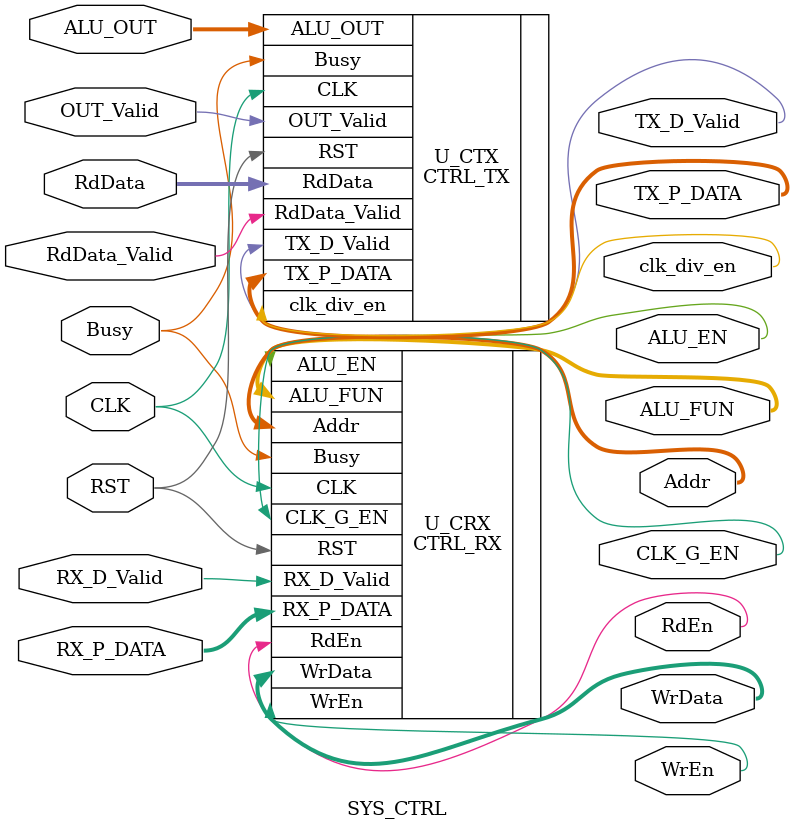
<source format=v>
module SYS_CTRL (
 input wire                                                 CLK,RST,RX_D_Valid,OUT_Valid,RdData_Valid,Busy,
 input wire                    [7:0]                       RX_P_DATA,RdData,
 input wire                    [15:0]                     ALU_OUT,
 output wire                                               ALU_EN,CLK_G_EN,WrEn,RdEn,TX_D_Valid,clk_div_en,
 output wire                   [3:0]                      ALU_FUN,Addr,
 output wire                   [7:0]                      WrData,
 output wire                   [15:0]                     TX_P_DATA
);

CTRL_RX U_CRX (
.CLK(CLK),
.RST(RST),
.RX_D_Valid(RX_D_Valid),
.RX_P_DATA(RX_P_DATA),
.ALU_EN(ALU_EN),
.CLK_G_EN(CLK_G_EN),
.WrEn(WrEn),
.RdEn(RdEn),
.ALU_FUN(ALU_FUN),
.Addr(Addr),
.WrData(WrData),
.Busy(Busy)
);

CTRL_TX U_CTX (
.CLK(CLK),
.RST(RST),
.OUT_Valid(OUT_Valid),
.RdData_Valid(RdData_Valid),
.Busy(Busy),
.RdData(RdData),
.ALU_OUT(ALU_OUT),
.TX_P_DATA(TX_P_DATA),
.TX_D_Valid(TX_D_Valid),
.clk_div_en(clk_div_en)
);

endmodule
</source>
